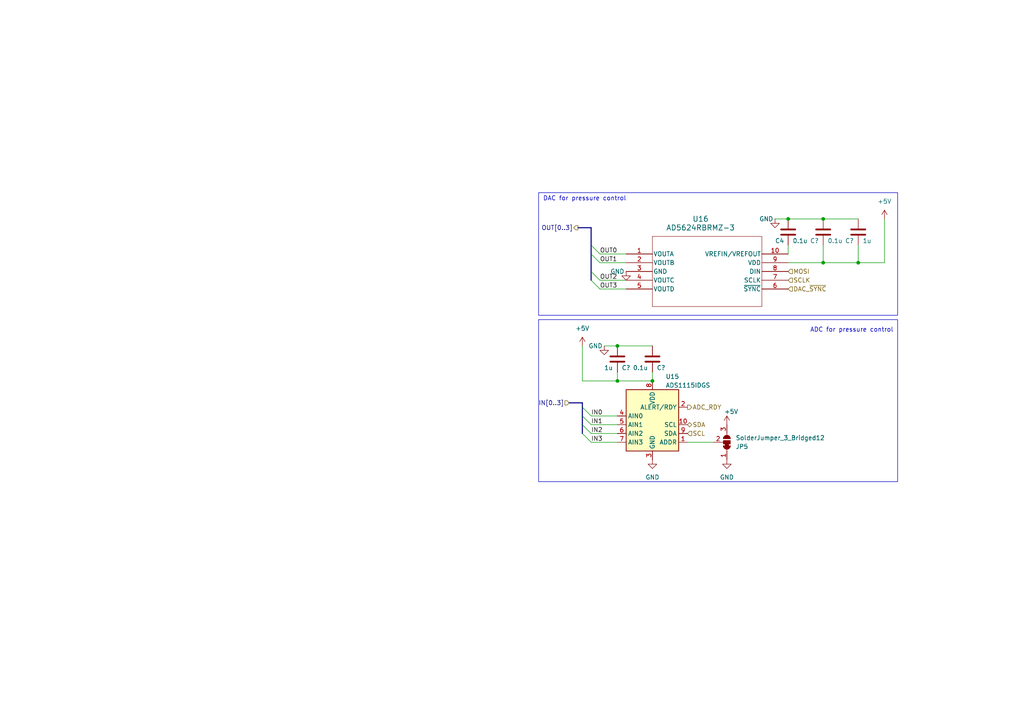
<source format=kicad_sch>
(kicad_sch (version 20230121) (generator eeschema)
  (paper "A4")
  (lib_symbols
    (symbol "AD5624:AD5624RBRMZ-3" (pin_names (offset 0.254))
      (property "Reference" "U" (at 43.18 10.16 0))
      (property "Value" "AD5624RBRMZ-3" (at 43.18 7.62 0))
      (symbol "AD5624RBRMZ-3_0_1"
        (polyline (pts (xy 29.21 -15.24) (xy 60.96 -15.24)) (stroke (width 0.127)))
        (polyline (pts (xy 29.21 5.08) (xy 29.21 -15.24)) (stroke (width 0.127)))
        (polyline (pts (xy 60.96 -15.24) (xy 60.96 5.08)) (stroke (width 0.127)))
        (polyline (pts (xy 60.96 5.08) (xy 29.21 5.08)) (stroke (width 0.127)))
        (pin output line (at 21.59 0 0) (length 7.62) (name "VOUTA") (number "1"))
        (pin bidirectional line (at 68.58 0 180) (length 7.62) (name "VREFIN/VREFOUT") (number "10"))
        (pin output line (at 21.59 -2.54 0) (length 7.62) (name "VOUTB") (number "2"))
        (pin power_in line (at 21.59 -5.08 0) (length 7.62) (name "GND") (number "3"))
        (pin output line (at 21.59 -7.62 0) (length 7.62) (name "VOUTC") (number "4"))
        (pin output line (at 21.59 -10.16 0) (length 7.62) (name "VOUTD") (number "5"))
        (pin input line (at 68.58 -7.62 180) (length 7.62) (name "SCLK") (number "7"))
        (pin input line (at 68.58 -5.08 180) (length 7.62) (name "DIN") (number "8"))
        (pin power_in line (at 68.58 -2.54 180) (length 7.62) (name "VDD") (number "9"))
      )
      (symbol "AD5624RBRMZ-3_1_1"
        (pin input line (at 68.58 -10.16 180) (length 7.62) (name "~{SYNC}") (number "6"))
      )
    )
    (symbol "Analog_ADC:ADS1115IDGS"
      (property "Reference" "U" (at 2.54 13.97 0))
      (property "Value" "ADS1115IDGS" (at 7.62 11.43 0))
      (symbol "ADS1115IDGS_0_1"
        (rectangle (start -7.62 10.16) (end 7.62 -7.62) (stroke (width 0.254)) (fill (type background)))
      )
      (symbol "ADS1115IDGS_1_1"
        (pin input line (at 10.16 -5.08 180) (length 2.54) (name "ADDR") (number "1"))
        (pin input line (at 10.16 0 180) (length 2.54) (name "SCL") (number "10"))
        (pin output line (at 10.16 5.08 180) (length 2.54) (name "ALERT/RDY") (number "2"))
        (pin power_in line (at 0 -10.16 90) (length 2.54) (name "GND") (number "3"))
        (pin input line (at -10.16 2.54 0) (length 2.54) (name "AIN0") (number "4"))
        (pin input line (at -10.16 0 0) (length 2.54) (name "AIN1") (number "5"))
        (pin input line (at -10.16 -2.54 0) (length 2.54) (name "AIN2") (number "6"))
        (pin input line (at -10.16 -5.08 0) (length 2.54) (name "AIN3") (number "7"))
        (pin power_in line (at 0 12.7 270) (length 2.54) (name "VDD") (number "8"))
        (pin bidirectional line (at 10.16 -2.54 180) (length 2.54) (name "SDA") (number "9"))
      )
    )
    (symbol "Device:C" (pin_numbers hide) (pin_names (offset 0.254))
      (property "Reference" "C" (at 0.635 2.54 0))
      (property "Value" "C" (at 0.635 -2.54 0))
      (symbol "C_0_1"
        (polyline (pts (xy -2.032 -0.762) (xy 2.032 -0.762)) (stroke (width 0.508)))
        (polyline (pts (xy -2.032 0.762) (xy 2.032 0.762)) (stroke (width 0.508)))
      )
      (symbol "C_1_1"
        (pin passive line (at 0 3.81 270) (length 2.794) (name "~") (number "1"))
        (pin passive line (at 0 -3.81 90) (length 2.794) (name "~") (number "2"))
      )
    )
    (symbol "Jumper:SolderJumper_3_Bridged12" (pin_names (offset 0) hide)
      (property "Reference" "JP" (at -2.54 -2.54 0))
      (property "Value" "SolderJumper_3_Bridged12" (at 0 2.794 0))
      (symbol "SolderJumper_3_Bridged12_0_1"
        (rectangle (start -1.016 0.508) (end -0.508 -0.508) (fill (type outline)))
        (arc (start -1.016 1.016) (mid -2.0276 0) (end -1.016 -1.016))
        (arc (start -1.016 1.016) (mid -2.0276 0) (end -1.016 -1.016) (fill (type outline)))
        (rectangle (start -0.508 1.016) (end 0.508 -1.016) (fill (type outline)))
        (polyline (pts (xy -2.54 0) (xy -2.032 0)))
        (polyline (pts (xy -1.016 1.016) (xy -1.016 -1.016)))
        (polyline (pts (xy 0 -1.27) (xy 0 -1.016)))
        (polyline (pts (xy 1.016 1.016) (xy 1.016 -1.016)))
        (polyline (pts (xy 2.54 0) (xy 2.032 0)))
        (arc (start 1.016 -1.016) (mid 2.0276 0) (end 1.016 1.016))
        (arc (start 1.016 -1.016) (mid 2.0276 0) (end 1.016 1.016) (fill (type outline)))
      )
      (symbol "SolderJumper_3_Bridged12_1_1"
        (pin passive line (at -5.08 0 0) (length 2.54) (name "A") (number "1"))
        (pin passive line (at 0 -3.81 90) (length 2.54) (name "C") (number "2"))
        (pin passive line (at 5.08 0 180) (length 2.54) (name "B") (number "3"))
      )
    )
    (symbol "power:+5V" (power) (pin_names (offset 0))
      (property "Value" "+5V" (at 0 3.556 0))
      (symbol "+5V_0_1"
        (polyline (pts (xy -0.762 1.27) (xy 0 2.54)))
        (polyline (pts (xy 0 0) (xy 0 2.54)))
        (polyline (pts (xy 0 2.54) (xy 0.762 1.27)))
      )
      (symbol "+5V_1_1"
        (pin power_in line (at 0 0 90) (length 0) hide (name "+5V") (number "1"))
      )
    )
    (symbol "power:GND" (power) (pin_names (offset 0))
      (property "Value" "GND" (at 0 -3.81 0))
      (symbol "GND_0_1"
        (polyline (pts (xy 0 0) (xy 0 -1.27) (xy 1.27 -1.27) (xy 0 -2.54) (xy -1.27 -1.27) (xy 0 -1.27)))
      )
      (symbol "GND_1_1"
        (pin power_in line (at 0 0 270) (length 0) hide (name "GND") (number "1"))
      )
    )
  )
  (junction (at 228.6 63.5))
  (junction (at 189.23 110.49))
  (junction (at 179.07 100.33))
  (junction (at 179.07 110.49))
  (junction (at 238.76 76.2))
  (junction (at 248.92 76.2))
  (junction (at 238.76 63.5))
  (bus_entry (at 173.99 76.2) (size -2.54 -2.54))
  (bus_entry (at 173.99 73.66) (size -2.54 -2.54))
  (bus_entry (at 173.99 81.28) (size -2.54 -2.54))
  (bus_entry (at 171.45 128.27) (size -2.54 -2.54))
  (bus_entry (at 173.99 83.82) (size -2.54 -2.54))
  (bus_entry (at 171.45 125.73) (size -2.54 -2.54))
  (bus_entry (at 171.45 120.65) (size -2.54 -2.54))
  (bus_entry (at 171.45 123.19) (size -2.54 -2.54))
  (wire (pts (xy 199.39 128.27) (xy 207.01 128.27)))
  (wire (pts (xy 171.45 120.65) (xy 179.07 120.65)))
  (wire (pts (xy 238.76 63.5) (xy 248.92 63.5)))
  (bus (pts (xy 168.91 116.84) (xy 168.91 118.11)))
  (wire (pts (xy 171.45 125.73) (xy 179.07 125.73)))
  (bus (pts (xy 167.64 66.04) (xy 171.45 66.04)))
  (wire (pts (xy 189.23 110.49) (xy 179.07 110.49)))
  (wire (pts (xy 238.76 76.2) (xy 248.92 76.2)))
  (bus (pts (xy 168.91 118.11) (xy 168.91 120.65)))
  (wire (pts (xy 189.23 100.33) (xy 179.07 100.33)))
  (wire (pts (xy 179.07 110.49) (xy 168.91 110.49)))
  (wire (pts (xy 173.99 76.2) (xy 181.61 76.2)))
  (wire (pts (xy 173.99 83.82) (xy 181.61 83.82)))
  (wire (pts (xy 224.79 63.5) (xy 228.6 63.5)))
  (bus (pts (xy 171.45 78.74) (xy 171.45 81.28)))
  (wire (pts (xy 179.07 110.49) (xy 179.07 107.95)))
  (wire (pts (xy 228.6 76.2) (xy 238.76 76.2)))
  (wire (pts (xy 248.92 76.2) (xy 256.54 76.2)))
  (bus (pts (xy 171.45 73.66) (xy 171.45 78.74)))
  (bus (pts (xy 171.45 66.04) (xy 171.45 71.12)))
  (wire (pts (xy 228.6 63.5) (xy 238.76 63.5)))
  (wire (pts (xy 171.45 123.19) (xy 179.07 123.19)))
  (wire (pts (xy 238.76 76.2) (xy 238.76 71.12)))
  (wire (pts (xy 228.6 71.12) (xy 228.6 73.66)))
  (bus (pts (xy 168.91 120.65) (xy 168.91 123.19)))
  (bus (pts (xy 168.91 123.19) (xy 168.91 125.73)))
  (wire (pts (xy 173.99 73.66) (xy 181.61 73.66)))
  (wire (pts (xy 189.23 110.49) (xy 189.23 107.95)))
  (bus (pts (xy 165.1 116.84) (xy 168.91 116.84)))
  (wire (pts (xy 171.45 128.27) (xy 179.07 128.27)))
  (wire (pts (xy 256.54 63.5) (xy 256.54 76.2)))
  (wire (pts (xy 168.91 100.33) (xy 168.91 110.49)))
  (wire (pts (xy 173.99 81.28) (xy 181.61 81.28)))
  (wire (pts (xy 175.26 100.33) (xy 179.07 100.33)))
  (wire (pts (xy 248.92 76.2) (xy 248.92 71.12)))
  (bus (pts (xy 171.45 71.12) (xy 171.45 73.66)))
  (rectangle (start 156.21 55.88) (end 260.35 91.44))
  (rectangle (start 156.21 92.71) (end 260.35 139.7))
  (text "ADC for pressure control" (at 234.95 96.52 0) (effects (font (size 1.27 1.27)) (justify left bottom)))
  (text "DAC for pressure control" (at 157.48 58.42 0) (effects (font (size 1.27 1.27)) (justify left bottom)))
  (label "IN3" (at 171.45 128.27 0))
  (label "IN2" (at 171.45 125.73 0))
  (label "OUT3" (at 173.99 83.82 0))
  (label "IN1" (at 171.45 123.19 0))
  (label "OUT2" (at 173.99 81.28 0))
  (label "OUT1" (at 173.99 76.2 0))
  (label "OUT0" (at 173.99 73.66 0))
  (label "IN0" (at 171.45 120.65 0))
  (hierarchical_label "SDA" (shape bidirectional) (at 199.39 123.19 0))
  (hierarchical_label "SCL" (shape input) (at 199.39 125.73 0))
  (hierarchical_label "OUT[0..3]" (shape output) (at 167.64 66.04 180))
  (hierarchical_label "IN[0..3]" (shape input) (at 165.1 116.84 180))
  (hierarchical_label "ADC_RDY" (shape output) (at 199.39 118.11 0))
  (hierarchical_label "DAC_~{SYNC}" (shape input) (at 228.6 83.82 0))
  (hierarchical_label "MOSI" (shape input) (at 228.6 78.74 0))
  (hierarchical_label "SCLK" (shape input) (at 228.6 81.28 0))
  (symbol (lib_id "power:GND") (at 224.79 63.5 0) (unit 1)
    (property "Reference" "#PWR0175" (effects hide))
    (property "Value" "GND" (at 222.25 63.5 0))
  )
  (symbol (lib_id "power:GND") (at 189.23 133.35 0) (unit 1)
    (property "Reference" "#PWR0181" (effects hide))
    (property "Value" "GND" (at 189.23 138.43 0))
  )
  (symbol (lib_id "Device:C") (at 179.07 104.14 0) (mirror y) (unit 1)
    (property "Reference" "C?" (at 182.88 106.68 0) (effects (justify left)))
    (property "Value" "1u" (at 177.8 106.68 0) (effects (justify left)))
    (property "Footprint" "Capacitor_SMD:C_0805_2012Metric" (effects hide))
    (instances (project "fluidics-v2" (path "" (reference "C?") (unit 1)) (path "" (reference "C12") (unit 1)) (path "" (reference "C39") (unit 1))))
  )
  (symbol (lib_id "Device:C") (at 238.76 67.31 0) (unit 1)
    (property "Reference" "C?" (at 234.95 69.85 0) (effects (justify left)))
    (property "Value" "0.1u" (at 240.03 69.85 0) (effects (justify left)))
    (property "Footprint" "Capacitor_SMD:C_0603_1608Metric" (effects hide))
    (instances (project "fluidics-v2" (path "" (reference "C?") (unit 1)) (path "" (reference "C11") (unit 1)) (path "" (reference "C36") (unit 1))))
  )
  (symbol (lib_id "power:+5V") (at 210.82 123.19 0) (unit 1)
    (property "Reference" "#PWR0179" (effects hide))
    (property "Value" "+5V" (at 212.09 119.38 0))
  )
  (symbol (lib_id "AD5624:AD5624RBRMZ-3") (at 160.02 73.66 0) (unit 1)
    (property "Reference" "U16" (at 203.2 63.5 0) (effects (font (size 1.524 1.524))))
    (property "Value" "AD5624RBRMZ-3" (at 203.2 66.04 0) (effects (font (size 1.524 1.524))))
    (property "Footprint" "RM_10_ADI" (effects hide))
    (property "Datasheet" "AD5624RBRMZ-3" (effects hide))
  )
  (symbol (lib_id "Device:C") (at 189.23 104.14 0) (mirror y) (unit 1)
    (property "Reference" "C?" (at 193.04 106.68 0) (effects (justify left)))
    (property "Value" "0.1u" (at 187.96 106.68 0) (effects (justify left)))
    (property "Footprint" "Capacitor_SMD:C_0603_1608Metric" (effects hide))
    (instances (project "fluidics-v2" (path "" (reference "C?") (unit 1)) (path "" (reference "C11") (unit 1)) (path "" (reference "C38") (unit 1))))
  )
  (symbol (lib_id "power:GND") (at 210.82 133.35 0) (unit 1)
    (property "Reference" "#PWR0180" (effects hide))
    (property "Value" "GND" (at 210.82 138.43 0))
  )
  (symbol (lib_id "power:GND") (at 181.61 78.74 0) (unit 1)
    (property "Reference" "#PWR0174" (effects hide))
    (property "Value" "GND" (at 179.07 78.74 0))
  )
  (symbol (lib_id "power:+5V") (at 256.54 63.5 0) (unit 1)
    (property "Reference" "#PWR0176" (effects hide))
    (property "Value" "+5V" (at 256.54 58.42 0))
  )
  (symbol (lib_id "Device:C") (at 228.6 67.31 0) (unit 1)
    (property "Reference" "C4" (at 224.79 69.85 0) (effects (justify left)))
    (property "Value" "0.1u" (at 229.87 69.85 0) (effects (justify left)))
    (property "Footprint" "Capacitor_SMD:C_0603_1608Metric" (effects hide))
    (instances (project "fluidics-v2" (path "" (reference "C4") (unit 1)) (path "" (reference "C35") (unit 1))))
  )
  (symbol (lib_id "power:+5V") (at 168.91 100.33 0) (mirror y) (unit 1)
    (property "Reference" "#PWR0177" (effects hide))
    (property "Value" "+5V" (at 168.91 95.25 0))
  )
  (symbol (lib_id "Analog_ADC:ADS1115IDGS") (at 189.23 123.19 0) (unit 1)
    (property "Reference" "U15" (at 193.04 109.22 0) (effects (justify left)))
    (property "Value" "ADS1115IDGS" (at 193.04 111.76 0) (effects (justify left)))
    (property "Footprint" "Package_SO:MSOP-10_3x3mm_P0.5mm" (effects hide))
    (property "Datasheet" "http://www.ti.com/lit/ds/symlink/ads1113.pdf" (effects hide))
  )
  (symbol (lib_id "power:GND") (at 175.26 100.33 0) (unit 1)
    (property "Reference" "#PWR0178" (effects hide))
    (property "Value" "GND" (at 172.72 100.33 0))
  )
  (symbol (lib_id "Device:C") (at 248.92 67.31 0) (unit 1)
    (property "Reference" "C?" (at 245.11 69.85 0) (effects (justify left)))
    (property "Value" "1u" (at 250.19 69.85 0) (effects (justify left)))
    (property "Footprint" "Capacitor_SMD:C_0805_2012Metric" (effects hide))
    (instances (project "fluidics-v2" (path "" (reference "C?") (unit 1)) (path "" (reference "C12") (unit 1)) (path "" (reference "C37") (unit 1))))
  )
  (symbol (lib_id "Jumper:SolderJumper_3_Bridged12") (at 210.82 128.27 270) (mirror x) (unit 1)
    (property "Reference" "JP5" (at 213.36 129.54 90) (effects (justify left)))
    (property "Value" "SolderJumper_3_Bridged12" (at 213.36 127 90) (effects (justify left)))
  )
)
</source>
